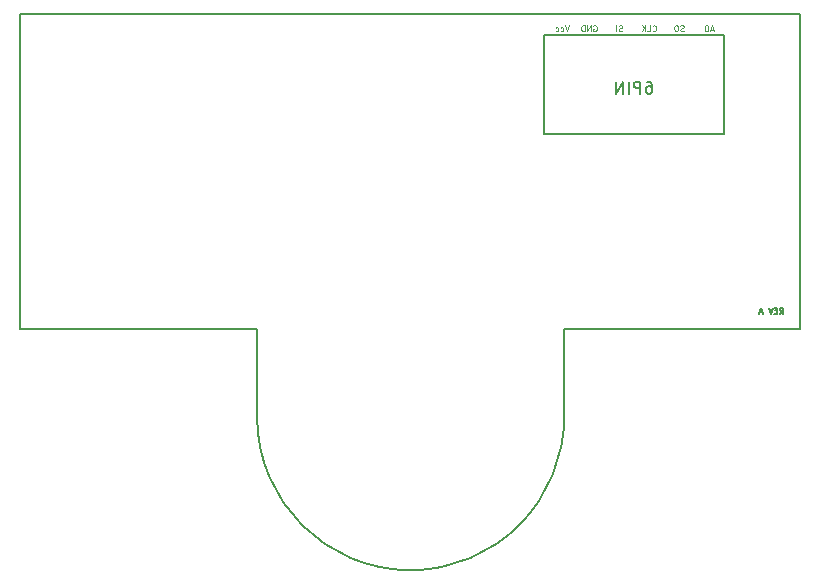
<source format=gbo>
G04 (created by PCBNEW (2012-nov-02)-testing) date Thu 24 Jan 2013 15:35:23 EST*
%MOIN*%
G04 Gerber Fmt 3.4, Leading zero omitted, Abs format*
%FSLAX34Y34*%
G01*
G70*
G90*
G04 APERTURE LIST*
%ADD10C,0.006*%
%ADD11C,0.00492126*%
%ADD12C,0.00590551*%
%ADD13C,0.00787402*%
%ADD14C,0.005*%
G04 APERTURE END LIST*
G54D10*
G54D11*
X95149Y-41323D02*
X95056Y-41323D01*
X95168Y-41379D02*
X95103Y-41182D01*
X95037Y-41379D01*
X94934Y-41182D02*
X94896Y-41182D01*
X94878Y-41192D01*
X94859Y-41210D01*
X94850Y-41248D01*
X94850Y-41314D01*
X94859Y-41351D01*
X94878Y-41370D01*
X94896Y-41379D01*
X94934Y-41379D01*
X94953Y-41370D01*
X94971Y-41351D01*
X94981Y-41314D01*
X94981Y-41248D01*
X94971Y-41210D01*
X94953Y-41192D01*
X94934Y-41182D01*
X94159Y-41370D02*
X94131Y-41379D01*
X94084Y-41379D01*
X94065Y-41370D01*
X94056Y-41360D01*
X94046Y-41342D01*
X94046Y-41323D01*
X94056Y-41304D01*
X94065Y-41295D01*
X94084Y-41285D01*
X94121Y-41276D01*
X94140Y-41267D01*
X94149Y-41257D01*
X94159Y-41239D01*
X94159Y-41220D01*
X94149Y-41201D01*
X94140Y-41192D01*
X94121Y-41182D01*
X94074Y-41182D01*
X94046Y-41192D01*
X93925Y-41182D02*
X93887Y-41182D01*
X93868Y-41192D01*
X93850Y-41210D01*
X93840Y-41248D01*
X93840Y-41314D01*
X93850Y-41351D01*
X93868Y-41370D01*
X93887Y-41379D01*
X93925Y-41379D01*
X93943Y-41370D01*
X93962Y-41351D01*
X93971Y-41314D01*
X93971Y-41248D01*
X93962Y-41210D01*
X93943Y-41192D01*
X93925Y-41182D01*
X93117Y-41360D02*
X93126Y-41370D01*
X93154Y-41379D01*
X93173Y-41379D01*
X93201Y-41370D01*
X93220Y-41351D01*
X93229Y-41332D01*
X93239Y-41295D01*
X93239Y-41267D01*
X93229Y-41229D01*
X93220Y-41210D01*
X93201Y-41192D01*
X93173Y-41182D01*
X93154Y-41182D01*
X93126Y-41192D01*
X93117Y-41201D01*
X92939Y-41379D02*
X93032Y-41379D01*
X93032Y-41182D01*
X92873Y-41379D02*
X92873Y-41182D01*
X92760Y-41379D02*
X92845Y-41267D01*
X92760Y-41182D02*
X92873Y-41295D01*
X92103Y-41370D02*
X92074Y-41379D01*
X92028Y-41379D01*
X92009Y-41370D01*
X91999Y-41360D01*
X91990Y-41342D01*
X91990Y-41323D01*
X91999Y-41304D01*
X92009Y-41295D01*
X92028Y-41285D01*
X92065Y-41276D01*
X92084Y-41267D01*
X92093Y-41257D01*
X92103Y-41239D01*
X92103Y-41220D01*
X92093Y-41201D01*
X92084Y-41192D01*
X92065Y-41182D01*
X92018Y-41182D01*
X91990Y-41192D01*
X91906Y-41379D02*
X91906Y-41182D01*
X91149Y-41192D02*
X91168Y-41182D01*
X91196Y-41182D01*
X91224Y-41192D01*
X91243Y-41210D01*
X91253Y-41229D01*
X91262Y-41267D01*
X91262Y-41295D01*
X91253Y-41332D01*
X91243Y-41351D01*
X91224Y-41370D01*
X91196Y-41379D01*
X91178Y-41379D01*
X91149Y-41370D01*
X91140Y-41360D01*
X91140Y-41295D01*
X91178Y-41295D01*
X91056Y-41379D02*
X91056Y-41182D01*
X90943Y-41379D01*
X90943Y-41182D01*
X90850Y-41379D02*
X90850Y-41182D01*
X90803Y-41182D01*
X90775Y-41192D01*
X90756Y-41210D01*
X90746Y-41229D01*
X90737Y-41267D01*
X90737Y-41295D01*
X90746Y-41332D01*
X90756Y-41351D01*
X90775Y-41370D01*
X90803Y-41379D01*
X90850Y-41379D01*
X90334Y-41182D02*
X90268Y-41379D01*
X90203Y-41182D01*
X90053Y-41370D02*
X90071Y-41379D01*
X90109Y-41379D01*
X90128Y-41370D01*
X90137Y-41360D01*
X90146Y-41342D01*
X90146Y-41285D01*
X90137Y-41267D01*
X90128Y-41257D01*
X90109Y-41248D01*
X90071Y-41248D01*
X90053Y-41257D01*
X89884Y-41370D02*
X89903Y-41379D01*
X89940Y-41379D01*
X89959Y-41370D01*
X89968Y-41360D01*
X89978Y-41342D01*
X89978Y-41285D01*
X89968Y-41267D01*
X89959Y-41257D01*
X89940Y-41248D01*
X89903Y-41248D01*
X89884Y-41257D01*
G54D12*
X92921Y-43065D02*
X92996Y-43065D01*
X93034Y-43084D01*
X93053Y-43103D01*
X93090Y-43159D01*
X93109Y-43234D01*
X93109Y-43384D01*
X93090Y-43421D01*
X93071Y-43440D01*
X93034Y-43459D01*
X92959Y-43459D01*
X92921Y-43440D01*
X92903Y-43421D01*
X92884Y-43384D01*
X92884Y-43290D01*
X92903Y-43253D01*
X92921Y-43234D01*
X92959Y-43215D01*
X93034Y-43215D01*
X93071Y-43234D01*
X93090Y-43253D01*
X93109Y-43290D01*
X92715Y-43459D02*
X92715Y-43065D01*
X92565Y-43065D01*
X92528Y-43084D01*
X92509Y-43103D01*
X92490Y-43140D01*
X92490Y-43196D01*
X92509Y-43234D01*
X92528Y-43253D01*
X92565Y-43271D01*
X92715Y-43271D01*
X92321Y-43459D02*
X92321Y-43065D01*
X92134Y-43459D02*
X92134Y-43065D01*
X91909Y-43459D01*
X91909Y-43065D01*
G54D13*
X95500Y-41500D02*
X89500Y-41500D01*
X95500Y-44800D02*
X95500Y-41500D01*
X89500Y-44800D02*
X95500Y-44800D01*
X89500Y-41500D02*
X89500Y-44800D01*
G54D12*
X90167Y-51299D02*
X98041Y-51299D01*
X90171Y-54187D02*
X90171Y-51312D01*
X85088Y-59344D02*
G75*
G03X90171Y-54190I-35J5118D01*
G74*
G01*
X79935Y-54226D02*
G75*
G03X85053Y-59344I5118J0D01*
G74*
G01*
X79935Y-51312D02*
X79935Y-54344D01*
X79541Y-51312D02*
X79935Y-51312D01*
G54D14*
X97362Y-50789D02*
X97429Y-50694D01*
X97477Y-50789D02*
X97477Y-50589D01*
X97400Y-50589D01*
X97381Y-50599D01*
X97372Y-50608D01*
X97362Y-50627D01*
X97362Y-50656D01*
X97372Y-50675D01*
X97381Y-50684D01*
X97400Y-50694D01*
X97477Y-50694D01*
X97277Y-50684D02*
X97210Y-50684D01*
X97181Y-50789D02*
X97277Y-50789D01*
X97277Y-50589D01*
X97181Y-50589D01*
X97124Y-50589D02*
X97058Y-50789D01*
X96991Y-50589D01*
X96781Y-50732D02*
X96686Y-50732D01*
X96800Y-50789D02*
X96734Y-50589D01*
X96667Y-50789D01*
G54D12*
X98047Y-40818D02*
X98047Y-51318D01*
X72047Y-40818D02*
X98047Y-40818D01*
X72047Y-51318D02*
X72047Y-40818D01*
X72047Y-51318D02*
X79547Y-51318D01*
M02*

</source>
